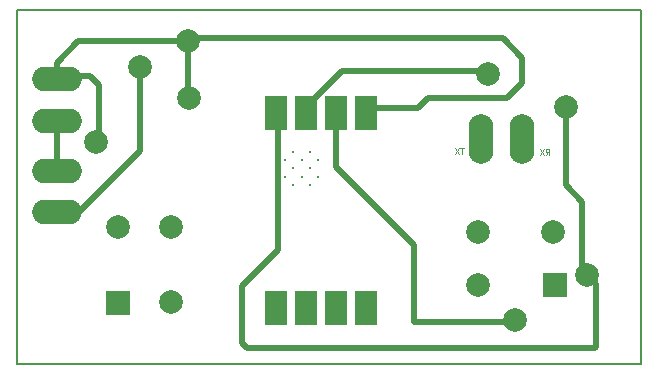
<source format=gbr>
%TF.GenerationSoftware,KiCad,Pcbnew,(6.0.2)*%
%TF.CreationDate,2022-04-12T11:14:46+02:00*%
%TF.ProjectId,pcb,7063622e-6b69-4636-9164-5f7063625858,rev?*%
%TF.SameCoordinates,Original*%
%TF.FileFunction,Copper,L2,Bot*%
%TF.FilePolarity,Positive*%
%FSLAX46Y46*%
G04 Gerber Fmt 4.6, Leading zero omitted, Abs format (unit mm)*
G04 Created by KiCad (PCBNEW (6.0.2)) date 2022-04-12 11:14:46*
%MOMM*%
%LPD*%
G01*
G04 APERTURE LIST*
%TA.AperFunction,NonConductor*%
%ADD10C,0.200000*%
%TD*%
%ADD11C,0.125000*%
%TA.AperFunction,NonConductor*%
%ADD12C,0.125000*%
%TD*%
%TA.AperFunction,ComponentPad*%
%ADD13C,0.300000*%
%TD*%
%TA.AperFunction,ComponentPad*%
%ADD14O,4.200000X2.100000*%
%TD*%
%TA.AperFunction,ComponentPad*%
%ADD15R,2.000000X2.000000*%
%TD*%
%TA.AperFunction,ComponentPad*%
%ADD16C,2.000000*%
%TD*%
%TA.AperFunction,ComponentPad*%
%ADD17O,2.100000X4.200000*%
%TD*%
%TA.AperFunction,SMDPad,CuDef*%
%ADD18R,1.900000X3.000000*%
%TD*%
%TA.AperFunction,ViaPad*%
%ADD19C,2.000000*%
%TD*%
%TA.AperFunction,Conductor*%
%ADD20C,0.500000*%
%TD*%
G04 APERTURE END LIST*
D10*
X137795000Y-51816000D02*
X190627000Y-51816000D01*
X190627000Y-51816000D02*
X190627000Y-81788000D01*
X190627000Y-81788000D02*
X137795000Y-81788000D01*
X137795000Y-81788000D02*
X137795000Y-51816000D01*
D11*
D12*
X182582333Y-64107190D02*
X182749000Y-63869095D01*
X182868047Y-64107190D02*
X182868047Y-63607190D01*
X182677571Y-63607190D01*
X182629952Y-63631000D01*
X182606142Y-63654809D01*
X182582333Y-63702428D01*
X182582333Y-63773857D01*
X182606142Y-63821476D01*
X182629952Y-63845285D01*
X182677571Y-63869095D01*
X182868047Y-63869095D01*
X182415666Y-63607190D02*
X182082333Y-64107190D01*
X182082333Y-63607190D02*
X182415666Y-64107190D01*
D11*
D12*
X175640952Y-63480190D02*
X175355238Y-63480190D01*
X175498095Y-63980190D02*
X175498095Y-63480190D01*
X175236190Y-63480190D02*
X174902857Y-63980190D01*
X174902857Y-63480190D02*
X175236190Y-63980190D01*
D13*
%TO.P,U1,39_10,GND*%
%TO.N,GND*%
X161207500Y-63828000D03*
%TO.P,U1,39_11,GND*%
X162607500Y-63828000D03*
%TO.P,U1,39_12,GND*%
X160507500Y-64528000D03*
%TO.P,U1,39_13,GND*%
X161907500Y-64528000D03*
%TO.P,U1,39_14,GND*%
X163307500Y-64528000D03*
%TO.P,U1,39_15,GND*%
X161207500Y-65228000D03*
%TO.P,U1,39_16,GND*%
X162607500Y-65228000D03*
%TO.P,U1,39_17,GND*%
X160507500Y-65928000D03*
%TO.P,U1,39_18,GND*%
X161907500Y-65928000D03*
%TO.P,U1,39_19,GND*%
X163307500Y-65928000D03*
%TO.P,U1,39_20,GND*%
X161207500Y-66628000D03*
%TO.P,U1,39_21,GND*%
X162607500Y-66628000D03*
%TD*%
D14*
%TO.P,U5,P$1,P$1*%
%TO.N,Net-(U5-PadP$1)*%
X141195000Y-68933000D03*
%TO.P,U5,P$2,P$2*%
%TO.N,GND*%
X141195000Y-65433000D03*
%TD*%
D15*
%TO.P,SW1,1*%
%TO.N,GND*%
X146340000Y-76656000D03*
D16*
%TO.P,SW1,2*%
X146340000Y-70156000D03*
%TO.P,SW1,3*%
%TO.N,Net-(C1-Pad2)*%
X150840000Y-76506000D03*
%TO.P,SW1,4*%
X150840000Y-70156000D03*
%TD*%
D17*
%TO.P,U4,P$1,P$1*%
%TO.N,Net-(U1-Pad34)*%
X177066000Y-62709000D03*
%TO.P,U4,P$2,P$2*%
%TO.N,Net-(U1-Pad35)*%
X180566000Y-62709000D03*
%TD*%
D14*
%TO.P,U6,P$1,P$1*%
%TO.N,GND*%
X141195000Y-61186000D03*
%TO.P,U6,P$2,P$2*%
%TO.N,Net-(C2-Pad2)*%
X141195000Y-57686000D03*
%TD*%
D15*
%TO.P,SW2,1*%
%TO.N,Net-(SW2-Pad1)*%
X183336000Y-75148000D03*
D16*
%TO.P,SW2,2*%
X176836000Y-75148000D03*
%TO.P,SW2,3*%
%TO.N,GND*%
X183186000Y-70648000D03*
%TO.P,SW2,4*%
X176836000Y-70648000D03*
%TD*%
D18*
%TO.P,U2,1,GND*%
%TO.N,unconnected-(U2-Pad1)*%
X167386000Y-77089000D03*
%TO.P,U2,2,RD*%
%TO.N,unconnected-(U2-Pad2)*%
X164846000Y-77089000D03*
%TO.P,U2,3,IRD*%
%TO.N,unconnected-(U2-Pad3)*%
X162306000Y-77089000D03*
%TO.P,U2,4,INT*%
%TO.N,unconnected-(U2-Pad4)*%
X159766000Y-77089000D03*
%TO.P,U2,5,VIN*%
%TO.N,Net-(C2-Pad2)*%
X167386000Y-60579000D03*
%TO.P,U2,6,SDA*%
%TO.N,Net-(U1-Pad33)*%
X164846000Y-60579000D03*
%TO.P,U2,7,SCL*%
%TO.N,Net-(U1-Pad36)*%
X162306000Y-60579000D03*
%TO.P,U2,8,GND*%
%TO.N,GND*%
X159766000Y-60579000D03*
%TD*%
D19*
%TO.N,Net-(C2-Pad2)*%
X144526000Y-62992000D03*
%TO.N,Net-(U5-PadP$1)*%
X148209000Y-56642000D03*
%TO.N,GND*%
X184277000Y-60071000D03*
X186055000Y-74295000D03*
%TO.N,Net-(C2-Pad2)*%
X152273000Y-54483000D03*
X152400000Y-59309000D03*
%TO.N,Net-(U1-Pad36)*%
X177673000Y-57277000D03*
%TO.N,Net-(U1-Pad33)*%
X179959000Y-78105000D03*
%TD*%
D20*
%TO.N,GND*%
X141195000Y-61186000D02*
X141195000Y-65433000D01*
%TO.N,Net-(C2-Pad2)*%
X141477000Y-57404000D02*
X141195000Y-57686000D01*
X144780000Y-58166000D02*
X144018000Y-57404000D01*
X144780000Y-62738000D02*
X144780000Y-58166000D01*
X144526000Y-62992000D02*
X144780000Y-62738000D01*
X144018000Y-57404000D02*
X141477000Y-57404000D01*
%TO.N,Net-(U5-PadP$1)*%
X148209000Y-63754000D02*
X143030000Y-68933000D01*
X143030000Y-68933000D02*
X141195000Y-68933000D01*
X148209000Y-56642000D02*
X148209000Y-63754000D01*
%TO.N,Net-(C2-Pad2)*%
X141195000Y-56290000D02*
X143002000Y-54483000D01*
X143002000Y-54483000D02*
X152273000Y-54483000D01*
X141195000Y-57686000D02*
X141195000Y-56290000D01*
%TO.N,GND*%
X185674000Y-68072000D02*
X184277000Y-66675000D01*
X157311480Y-80476480D02*
X186731520Y-80476480D01*
X186731520Y-80476480D02*
X186817000Y-80391000D01*
X184277000Y-66675000D02*
X184277000Y-60071000D01*
X159893000Y-72136000D02*
X156845000Y-75184000D01*
X159766000Y-60579000D02*
X159893000Y-60706000D01*
X186055000Y-74295000D02*
X185674000Y-73914000D01*
X186817000Y-80391000D02*
X186817000Y-75057000D01*
X156845000Y-80010000D02*
X157311480Y-80476480D01*
X156845000Y-75184000D02*
X156845000Y-80010000D01*
X186817000Y-75057000D02*
X186055000Y-74295000D01*
X159893000Y-60706000D02*
X159893000Y-72136000D01*
X185674000Y-73914000D02*
X185674000Y-68072000D01*
%TO.N,Net-(C2-Pad2)*%
X180594000Y-58039000D02*
X180594000Y-55880000D01*
X180594000Y-55880000D02*
X178943000Y-54229000D01*
X152273000Y-54483000D02*
X152273000Y-59182000D01*
X172593000Y-59309000D02*
X179324000Y-59309000D01*
X167386000Y-60579000D02*
X167805520Y-60159480D01*
X152400000Y-59309000D02*
X152781000Y-58928000D01*
X152273000Y-59182000D02*
X152400000Y-59309000D01*
X167805520Y-60159480D02*
X171742520Y-60159480D01*
X171742520Y-60159480D02*
X172593000Y-59309000D01*
X179324000Y-59309000D02*
X180594000Y-58039000D01*
X152527000Y-54229000D02*
X152273000Y-54483000D01*
X178943000Y-54229000D02*
X152527000Y-54229000D01*
%TO.N,Net-(U1-Pad36)*%
X177419000Y-57023000D02*
X177673000Y-57277000D01*
X162306000Y-60579000D02*
X162306000Y-60029000D01*
X165312000Y-57023000D02*
X177419000Y-57023000D01*
X162306000Y-60029000D02*
X165312000Y-57023000D01*
%TO.N,Net-(U1-Pad33)*%
X164846000Y-60579000D02*
X164846000Y-59563000D01*
X171450000Y-78232000D02*
X171450000Y-71755000D01*
X171450000Y-71755000D02*
X164846000Y-65151000D01*
X179959000Y-78105000D02*
X179832000Y-78232000D01*
X164846000Y-65151000D02*
X164846000Y-60579000D01*
X179832000Y-78232000D02*
X171450000Y-78232000D01*
%TD*%
M02*

</source>
